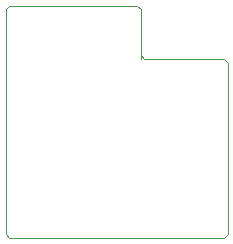
<source format=gko>
G75*
%MOIN*%
%OFA0B0*%
%FSLAX25Y25*%
%IPPOS*%
%LPD*%
%AMOC8*
5,1,8,0,0,1.08239X$1,22.5*
%
%ADD10C,0.00000*%
D10*
X0004100Y0003487D02*
X0005350Y0002238D01*
X0076913Y0002238D01*
X0078163Y0003487D01*
X0078163Y0060675D01*
X0076913Y0061925D01*
X0050350Y0061925D01*
X0049100Y0063175D01*
X0049100Y0061925D01*
X0049100Y0063175D02*
X0049100Y0078488D01*
X0047850Y0079738D01*
X0005350Y0079738D01*
X0004100Y0078488D01*
X0004100Y0003487D01*
M02*

</source>
